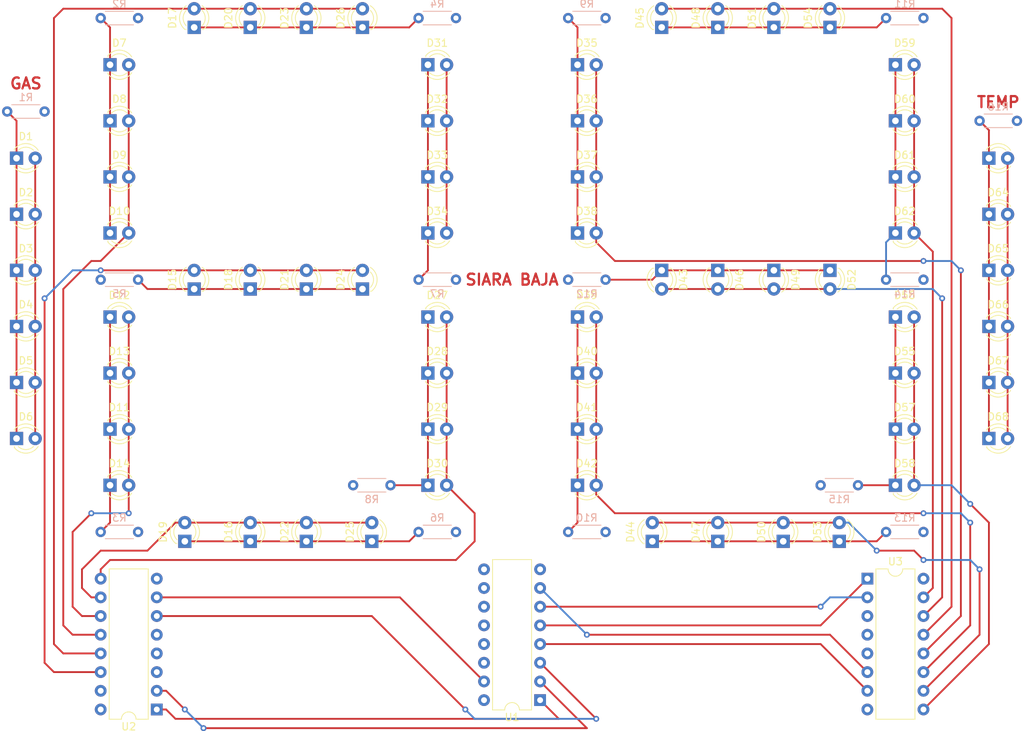
<source format=kicad_pcb>
(kicad_pcb (version 20171130) (host pcbnew "(5.1.7)-1")
  (layers (0 F.Cu signal) (31 B.Cu signal) (34 B.Paste user) (35 F.Paste user) (36 B.SilkS user hide) (37 F.SilkS user hide) (38 B.Mask user) (39 F.Mask user) (44 Edge.Cuts user))
  (net 0 "")
  (net 1 /Gas)
  (net 2 /Temp)
  (net 3 /SRCLK)
  (net 4 /RCLK)
  (net 5 /SER)
  (net 6 "Net-(D1-Pad1)")
  (net 7 "Net-(D10-Pad1)")
  (net 8 /QB1)
  (net 9 /QC1)
  (net 10 "Net-(D11-Pad1)")
  (net 11 "Net-(D15-Pad1)")
  (net 12 /QG1)
  (net 13 /QD1)
  (net 14 "Net-(D16-Pad1)")
  (net 15 /QA1)
  (net 16 "Net-(D17-Pad1)")
  (net 17 "Net-(D27-Pad1)")
  (net 18 /QE1)
  (net 19 "Net-(D31-Pad1)")
  (net 20 /QF1)
  (net 21 "Net-(D35-Pad1)")
  (net 22 /QB2)
  (net 23 /QC2)
  (net 24 "Net-(D39-Pad1)")
  (net 25 "Net-(D43-Pad1)")
  (net 26 /QG2)
  (net 27 /QD2)
  (net 28 "Net-(D44-Pad1)")
  (net 29 "Net-(D45-Pad1)")
  (net 30 /QA2)
  (net 31 /QE2)
  (net 32 "Net-(D55-Pad1)")
  (net 33 "Net-(D59-Pad1)")
  (net 34 /QF2)
  (net 35 "Net-(D63-Pad1)")
  (net 36 GND)
  (net 37 /B1)
  (net 38 "Net-(U1-Pad9)")
  (net 39 /C1)
  (net 40 "Net-(U1-Pad10)")
  (net 41 /D1)
  (net 42 /A2)
  (net 43 /B2)
  (net 44 /C2)
  (net 45 /D2)
  (net 46 /A1)
  (net 47 VCC)
  (net 48 Vdd)
  (net 49 Vss)
  (net 50 "Net-(U2-Pad5)")
  (net 51 "Net-(U2-Pad4)")
  (net 52 "Net-(U2-Pad3)")
  (net 53 "Net-(U3-Pad3)")
  (net 54 "Net-(U3-Pad4)")
  (net 55 "Net-(U3-Pad5)")
  (module Package_DIP:DIP-16_W7.62mm (layer F.Cu) (at 190.5 106.68)
    (fp_text reference U3 (at 3.81 -2.33) (layer F.SilkS))
    (fp_text value 4511)
    (pad 1 thru_hole rect (at 0 0) (size 1.6 1.6) (drill 0.8) (layers *.Cu *.Mask) (net 43 /B2))
    (pad 9 thru_hole oval (at 7.62 17.78) (size 1.6 1.6) (drill 0.8) (layers *.Cu *.Mask) (net 31 /QE2))
    (pad 2 thru_hole oval (at 0 2.54) (size 1.6 1.6) (drill 0.8) (layers *.Cu *.Mask) (net 44 /C2))
    (pad 10 thru_hole oval (at 7.62 15.24) (size 1.6 1.6) (drill 0.8) (layers *.Cu *.Mask) (net 27 /QD2))
    (pad 3 thru_hole oval (at 0 5.08) (size 1.6 1.6) (drill 0.8) (layers *.Cu *.Mask) (net 53 "Net-(U3-Pad3)"))
    (pad 11 thru_hole oval (at 7.62 12.7) (size 1.6 1.6) (drill 0.8) (layers *.Cu *.Mask) (net 23 /QC2))
    (pad 4 thru_hole oval (at 0 7.62) (size 1.6 1.6) (drill 0.8) (layers *.Cu *.Mask) (net 54 "Net-(U3-Pad4)"))
    (pad 12 thru_hole oval (at 7.62 10.16) (size 1.6 1.6) (drill 0.8) (layers *.Cu *.Mask) (net 22 /QB2))
    (pad 5 thru_hole oval (at 0 10.16) (size 1.6 1.6) (drill 0.8) (layers *.Cu *.Mask) (net 55 "Net-(U3-Pad5)"))
    (pad 13 thru_hole oval (at 7.62 7.62) (size 1.6 1.6) (drill 0.8) (layers *.Cu *.Mask) (net 30 /QA2))
    (pad 6 thru_hole oval (at 0 12.7) (size 1.6 1.6) (drill 0.8) (layers *.Cu *.Mask) (net 45 /D2))
    (pad 14 thru_hole oval (at 7.62 5.08) (size 1.6 1.6) (drill 0.8) (layers *.Cu *.Mask) (net 26 /QG2))
    (pad 7 thru_hole oval (at 0 15.24) (size 1.6 1.6) (drill 0.8) (layers *.Cu *.Mask) (net 42 /A2))
    (pad 15 thru_hole oval (at 7.62 2.54) (size 1.6 1.6) (drill 0.8) (layers *.Cu *.Mask) (net 34 /QF2))
    (pad 8 thru_hole oval (at 0 17.78) (size 1.6 1.6) (drill 0.8) (layers *.Cu *.Mask) (net 49 Vss))
    (pad 16 thru_hole oval (at 7.62 0) (size 1.6 1.6) (drill 0.8) (layers *.Cu *.Mask) (net 48 Vdd))
  )
  (module Package_DIP:DIP-16_W7.62mm (layer F.Cu) (at 146.05 123.19 180)
    (fp_text reference U1 (at 3.81 -2.33 180) (layer F.SilkS))
    (fp_text value 74HC595)
    (pad 1 thru_hole rect (at 0 0 180) (size 1.6 1.6) (drill 0.8) (layers *.Cu *.Mask) (net 37 /B1))
    (pad 9 thru_hole oval (at 7.62 17.78 180) (size 1.6 1.6) (drill 0.8) (layers *.Cu *.Mask) (net 38 "Net-(U1-Pad9)"))
    (pad 2 thru_hole oval (at 0 2.54 180) (size 1.6 1.6) (drill 0.8) (layers *.Cu *.Mask) (net 39 /C1))
    (pad 10 thru_hole oval (at 7.62 15.24 180) (size 1.6 1.6) (drill 0.8) (layers *.Cu *.Mask) (net 40 "Net-(U1-Pad10)"))
    (pad 3 thru_hole oval (at 0 5.08 180) (size 1.6 1.6) (drill 0.8) (layers *.Cu *.Mask) (net 41 /D1))
    (pad 11 thru_hole oval (at 7.62 12.7 180) (size 1.6 1.6) (drill 0.8) (layers *.Cu *.Mask) (net 3 /SRCLK))
    (pad 4 thru_hole oval (at 0 7.62 180) (size 1.6 1.6) (drill 0.8) (layers *.Cu *.Mask) (net 42 /A2))
    (pad 12 thru_hole oval (at 7.62 10.16 180) (size 1.6 1.6) (drill 0.8) (layers *.Cu *.Mask) (net 4 /RCLK))
    (pad 5 thru_hole oval (at 0 10.16 180) (size 1.6 1.6) (drill 0.8) (layers *.Cu *.Mask) (net 43 /B2))
    (pad 13 thru_hole oval (at 7.62 7.62 180) (size 1.6 1.6) (drill 0.8) (layers *.Cu *.Mask) (net 36 GND))
    (pad 6 thru_hole oval (at 0 12.7 180) (size 1.6 1.6) (drill 0.8) (layers *.Cu *.Mask) (net 44 /C2))
    (pad 14 thru_hole oval (at 7.62 5.08 180) (size 1.6 1.6) (drill 0.8) (layers *.Cu *.Mask) (net 5 /SER))
    (pad 7 thru_hole oval (at 0 15.24 180) (size 1.6 1.6) (drill 0.8) (layers *.Cu *.Mask) (net 45 /D2))
    (pad 15 thru_hole oval (at 7.62 2.54 180) (size 1.6 1.6) (drill 0.8) (layers *.Cu *.Mask) (net 46 /A1))
    (pad 8 thru_hole oval (at 0 17.78 180) (size 1.6 1.6) (drill 0.8) (layers *.Cu *.Mask) (net 36 GND))
    (pad 16 thru_hole oval (at 7.62 0 180) (size 1.6 1.6) (drill 0.8) (layers *.Cu *.Mask) (net 47 VCC))
  )
  (module Package_DIP:DIP-16_W7.62mm (layer F.Cu) (at 93.98 124.46 180)
    (fp_text reference U2 (at 3.81 -2.33 180) (layer F.SilkS))
    (fp_text value 4511)
    (pad 16 thru_hole oval (at 7.62 0 180) (size 1.6 1.6) (drill 0.8) (layers *.Cu *.Mask) (net 48 Vdd))
    (pad 8 thru_hole oval (at 0 17.78 180) (size 1.6 1.6) (drill 0.8) (layers *.Cu *.Mask) (net 49 Vss))
    (pad 15 thru_hole oval (at 7.62 2.54 180) (size 1.6 1.6) (drill 0.8) (layers *.Cu *.Mask) (net 20 /QF1))
    (pad 7 thru_hole oval (at 0 15.24 180) (size 1.6 1.6) (drill 0.8) (layers *.Cu *.Mask) (net 46 /A1))
    (pad 14 thru_hole oval (at 7.62 5.08 180) (size 1.6 1.6) (drill 0.8) (layers *.Cu *.Mask) (net 12 /QG1))
    (pad 6 thru_hole oval (at 0 12.7 180) (size 1.6 1.6) (drill 0.8) (layers *.Cu *.Mask) (net 41 /D1))
    (pad 13 thru_hole oval (at 7.62 7.62 180) (size 1.6 1.6) (drill 0.8) (layers *.Cu *.Mask) (net 15 /QA1))
    (pad 5 thru_hole oval (at 0 10.16 180) (size 1.6 1.6) (drill 0.8) (layers *.Cu *.Mask) (net 50 "Net-(U2-Pad5)"))
    (pad 12 thru_hole oval (at 7.62 10.16 180) (size 1.6 1.6) (drill 0.8) (layers *.Cu *.Mask) (net 8 /QB1))
    (pad 4 thru_hole oval (at 0 7.62 180) (size 1.6 1.6) (drill 0.8) (layers *.Cu *.Mask) (net 51 "Net-(U2-Pad4)"))
    (pad 11 thru_hole oval (at 7.62 12.7 180) (size 1.6 1.6) (drill 0.8) (layers *.Cu *.Mask) (net 9 /QC1))
    (pad 3 thru_hole oval (at 0 5.08 180) (size 1.6 1.6) (drill 0.8) (layers *.Cu *.Mask) (net 52 "Net-(U2-Pad3)"))
    (pad 10 thru_hole oval (at 7.62 15.24 180) (size 1.6 1.6) (drill 0.8) (layers *.Cu *.Mask) (net 13 /QD1))
    (pad 2 thru_hole oval (at 0 2.54 180) (size 1.6 1.6) (drill 0.8) (layers *.Cu *.Mask) (net 39 /C1))
    (pad 9 thru_hole oval (at 7.62 17.78 180) (size 1.6 1.6) (drill 0.8) (layers *.Cu *.Mask) (net 18 /QE1))
    (pad 1 thru_hole rect (at 0 0 180) (size 1.6 1.6) (drill 0.8) (layers *.Cu *.Mask) (net 37 /B1))
  )
  (module LED_THT:LED_D3.0mm (layer F.Cu) (at 74.93 49.53)
    (fp_text reference D1 (at 1.27 -2.96) (layer F.SilkS))
    (fp_text value LED)
    (pad 1 thru_hole rect (at 0 0) (size 1.8 1.8) (drill 0.9) (layers *.Cu *.Mask) (net 6 "Net-(D1-Pad1)"))
    (pad 2 thru_hole circle (at 2.54 0) (size 1.8 1.8) (drill 0.9) (layers *.Cu *.Mask) (net 1 /Gas))
  )
  (module LED_THT:LED_D3.0mm (layer F.Cu) (at 74.93 57.15)
    (fp_text reference D2 (at 1.27 -2.96) (layer F.SilkS))
    (fp_text value LED)
    (pad 2 thru_hole circle (at 2.54 0) (size 1.8 1.8) (drill 0.9) (layers *.Cu *.Mask) (net 1 /Gas))
    (pad 1 thru_hole rect (at 0 0) (size 1.8 1.8) (drill 0.9) (layers *.Cu *.Mask) (net 6 "Net-(D1-Pad1)"))
  )
  (module LED_THT:LED_D3.0mm (layer F.Cu) (at 74.93 64.77)
    (fp_text reference D3 (at 1.27 -2.96) (layer F.SilkS))
    (fp_text value LED)
    (pad 1 thru_hole rect (at 0 0) (size 1.8 1.8) (drill 0.9) (layers *.Cu *.Mask) (net 6 "Net-(D1-Pad1)"))
    (pad 2 thru_hole circle (at 2.54 0) (size 1.8 1.8) (drill 0.9) (layers *.Cu *.Mask) (net 1 /Gas))
  )
  (module LED_THT:LED_D3.0mm (layer F.Cu) (at 74.93 72.39)
    (fp_text reference D4 (at 1.27 -2.96) (layer F.SilkS))
    (fp_text value LED)
    (pad 2 thru_hole circle (at 2.54 0) (size 1.8 1.8) (drill 0.9) (layers *.Cu *.Mask) (net 1 /Gas))
    (pad 1 thru_hole rect (at 0 0) (size 1.8 1.8) (drill 0.9) (layers *.Cu *.Mask) (net 6 "Net-(D1-Pad1)"))
  )
  (module LED_THT:LED_D3.0mm (layer F.Cu) (at 74.93 80.01)
    (fp_text reference D5 (at 1.27 -2.96) (layer F.SilkS))
    (fp_text value LED)
    (pad 1 thru_hole rect (at 0 0) (size 1.8 1.8) (drill 0.9) (layers *.Cu *.Mask) (net 6 "Net-(D1-Pad1)"))
    (pad 2 thru_hole circle (at 2.54 0) (size 1.8 1.8) (drill 0.9) (layers *.Cu *.Mask) (net 1 /Gas))
  )
  (module LED_THT:LED_D3.0mm (layer F.Cu) (at 74.93 87.63)
    (fp_text reference D6 (at 1.27 -2.96) (layer F.SilkS))
    (fp_text value LED)
    (pad 2 thru_hole circle (at 2.54 0) (size 1.8 1.8) (drill 0.9) (layers *.Cu *.Mask) (net 1 /Gas))
    (pad 1 thru_hole rect (at 0 0) (size 1.8 1.8) (drill 0.9) (layers *.Cu *.Mask) (net 6 "Net-(D1-Pad1)"))
  )
  (module LED_THT:LED_D3.0mm (layer F.Cu) (at 87.63 36.83)
    (fp_text reference D7 (at 1.27 -2.96) (layer F.SilkS))
    (fp_text value LED)
    (pad 1 thru_hole rect (at 0 0) (size 1.8 1.8) (drill 0.9) (layers *.Cu *.Mask) (net 7 "Net-(D10-Pad1)"))
    (pad 2 thru_hole circle (at 2.54 0) (size 1.8 1.8) (drill 0.9) (layers *.Cu *.Mask) (net 8 /QB1))
  )
  (module LED_THT:LED_D3.0mm (layer F.Cu) (at 87.63 44.45)
    (fp_text reference D8 (at 1.27 -2.96) (layer F.SilkS))
    (fp_text value LED)
    (pad 2 thru_hole circle (at 2.54 0) (size 1.8 1.8) (drill 0.9) (layers *.Cu *.Mask) (net 8 /QB1))
    (pad 1 thru_hole rect (at 0 0) (size 1.8 1.8) (drill 0.9) (layers *.Cu *.Mask) (net 7 "Net-(D10-Pad1)"))
  )
  (module LED_THT:LED_D3.0mm (layer F.Cu) (at 87.63 52.07)
    (fp_text reference D9 (at 1.27 -2.96) (layer F.SilkS))
    (fp_text value LED)
    (pad 1 thru_hole rect (at 0 0) (size 1.8 1.8) (drill 0.9) (layers *.Cu *.Mask) (net 7 "Net-(D10-Pad1)"))
    (pad 2 thru_hole circle (at 2.54 0) (size 1.8 1.8) (drill 0.9) (layers *.Cu *.Mask) (net 8 /QB1))
  )
  (module LED_THT:LED_D3.0mm (layer F.Cu) (at 87.63 59.69)
    (fp_text reference D10 (at 1.27 -2.96) (layer F.SilkS))
    (fp_text value LED)
    (pad 2 thru_hole circle (at 2.54 0) (size 1.8 1.8) (drill 0.9) (layers *.Cu *.Mask) (net 8 /QB1))
    (pad 1 thru_hole rect (at 0 0) (size 1.8 1.8) (drill 0.9) (layers *.Cu *.Mask) (net 7 "Net-(D10-Pad1)"))
  )
  (module LED_THT:LED_D3.0mm (layer F.Cu) (at 87.63 86.36)
    (fp_text reference D11 (at 1.27 -2.96) (layer F.SilkS))
    (fp_text value LED)
    (pad 2 thru_hole circle (at 2.54 0) (size 1.8 1.8) (drill 0.9) (layers *.Cu *.Mask) (net 9 /QC1))
    (pad 1 thru_hole rect (at 0 0) (size 1.8 1.8) (drill 0.9) (layers *.Cu *.Mask) (net 10 "Net-(D11-Pad1)"))
  )
  (module LED_THT:LED_D3.0mm (layer F.Cu) (at 87.63 71.12)
    (fp_text reference D12 (at 1.27 -2.96) (layer F.SilkS))
    (fp_text value LED)
    (pad 1 thru_hole rect (at 0 0) (size 1.8 1.8) (drill 0.9) (layers *.Cu *.Mask) (net 10 "Net-(D11-Pad1)"))
    (pad 2 thru_hole circle (at 2.54 0) (size 1.8 1.8) (drill 0.9) (layers *.Cu *.Mask) (net 9 /QC1))
  )
  (module LED_THT:LED_D3.0mm (layer F.Cu) (at 87.63 78.74)
    (fp_text reference D13 (at 1.27 -2.96) (layer F.SilkS))
    (fp_text value LED)
    (pad 2 thru_hole circle (at 2.54 0) (size 1.8 1.8) (drill 0.9) (layers *.Cu *.Mask) (net 9 /QC1))
    (pad 1 thru_hole rect (at 0 0) (size 1.8 1.8) (drill 0.9) (layers *.Cu *.Mask) (net 10 "Net-(D11-Pad1)"))
  )
  (module LED_THT:LED_D3.0mm (layer F.Cu) (at 87.63 93.98)
    (fp_text reference D14 (at 1.27 -2.96) (layer F.SilkS))
    (fp_text value LED)
    (pad 1 thru_hole rect (at 0 0) (size 1.8 1.8) (drill 0.9) (layers *.Cu *.Mask) (net 10 "Net-(D11-Pad1)"))
    (pad 2 thru_hole circle (at 2.54 0) (size 1.8 1.8) (drill 0.9) (layers *.Cu *.Mask) (net 9 /QC1))
  )
  (module LED_THT:LED_D3.0mm (layer F.Cu) (at 99.06 67.31 90)
    (fp_text reference D15 (at 1.27 -2.96 90) (layer F.SilkS))
    (fp_text value LED)
    (pad 1 thru_hole rect (at 0 0 90) (size 1.8 1.8) (drill 0.9) (layers *.Cu *.Mask) (net 11 "Net-(D15-Pad1)"))
    (pad 2 thru_hole circle (at 2.54 0 90) (size 1.8 1.8) (drill 0.9) (layers *.Cu *.Mask) (net 12 /QG1))
  )
  (module LED_THT:LED_D3.0mm (layer F.Cu) (at 106.68 101.6 90)
    (fp_text reference D16 (at 1.27 -2.96 90) (layer F.SilkS))
    (fp_text value LED)
    (pad 2 thru_hole circle (at 2.54 0 90) (size 1.8 1.8) (drill 0.9) (layers *.Cu *.Mask) (net 13 /QD1))
    (pad 1 thru_hole rect (at 0 0 90) (size 1.8 1.8) (drill 0.9) (layers *.Cu *.Mask) (net 14 "Net-(D16-Pad1)"))
  )
  (module LED_THT:LED_D3.0mm (layer F.Cu) (at 99.06 31.75 90)
    (fp_text reference D17 (at 1.27 -2.96 90) (layer F.SilkS))
    (fp_text value LED)
    (pad 2 thru_hole circle (at 2.54 0 90) (size 1.8 1.8) (drill 0.9) (layers *.Cu *.Mask) (net 15 /QA1))
    (pad 1 thru_hole rect (at 0 0 90) (size 1.8 1.8) (drill 0.9) (layers *.Cu *.Mask) (net 16 "Net-(D17-Pad1)"))
  )
  (module LED_THT:LED_D3.0mm (layer F.Cu) (at 106.68 67.31 90)
    (fp_text reference D18 (at 1.27 -2.96 90) (layer F.SilkS))
    (fp_text value LED)
    (pad 2 thru_hole circle (at 2.54 0 90) (size 1.8 1.8) (drill 0.9) (layers *.Cu *.Mask) (net 12 /QG1))
    (pad 1 thru_hole rect (at 0 0 90) (size 1.8 1.8) (drill 0.9) (layers *.Cu *.Mask) (net 11 "Net-(D15-Pad1)"))
  )
  (module LED_THT:LED_D3.0mm (layer F.Cu) (at 97.79 101.6 90)
    (fp_text reference D19 (at 1.27 -2.96 90) (layer F.SilkS))
    (fp_text value LED)
    (pad 1 thru_hole rect (at 0 0 90) (size 1.8 1.8) (drill 0.9) (layers *.Cu *.Mask) (net 14 "Net-(D16-Pad1)"))
    (pad 2 thru_hole circle (at 2.54 0 90) (size 1.8 1.8) (drill 0.9) (layers *.Cu *.Mask) (net 13 /QD1))
  )
  (module LED_THT:LED_D3.0mm (layer F.Cu) (at 106.68 31.75 90)
    (fp_text reference D20 (at 1.27 -2.96 90) (layer F.SilkS))
    (fp_text value LED)
    (pad 1 thru_hole rect (at 0 0 90) (size 1.8 1.8) (drill 0.9) (layers *.Cu *.Mask) (net 16 "Net-(D17-Pad1)"))
    (pad 2 thru_hole circle (at 2.54 0 90) (size 1.8 1.8) (drill 0.9) (layers *.Cu *.Mask) (net 15 /QA1))
  )
  (module LED_THT:LED_D3.0mm (layer F.Cu) (at 114.3 67.31 90)
    (fp_text reference D21 (at 1.27 -2.96 90) (layer F.SilkS))
    (fp_text value LED)
    (pad 1 thru_hole rect (at 0 0 90) (size 1.8 1.8) (drill 0.9) (layers *.Cu *.Mask) (net 11 "Net-(D15-Pad1)"))
    (pad 2 thru_hole circle (at 2.54 0 90) (size 1.8 1.8) (drill 0.9) (layers *.Cu *.Mask) (net 12 /QG1))
  )
  (module LED_THT:LED_D3.0mm (layer F.Cu) (at 114.3 101.6 90)
    (fp_text reference D22 (at 1.27 -2.96 90) (layer F.SilkS))
    (fp_text value LED)
    (pad 2 thru_hole circle (at 2.54 0 90) (size 1.8 1.8) (drill 0.9) (layers *.Cu *.Mask) (net 13 /QD1))
    (pad 1 thru_hole rect (at 0 0 90) (size 1.8 1.8) (drill 0.9) (layers *.Cu *.Mask) (net 14 "Net-(D16-Pad1)"))
  )
  (module LED_THT:LED_D3.0mm (layer F.Cu) (at 114.3 31.75 90)
    (fp_text reference D23 (at 1.27 -2.96 90) (layer F.SilkS))
    (fp_text value LED)
    (pad 2 thru_hole circle (at 2.54 0 90) (size 1.8 1.8) (drill 0.9) (layers *.Cu *.Mask) (net 15 /QA1))
    (pad 1 thru_hole rect (at 0 0 90) (size 1.8 1.8) (drill 0.9) (layers *.Cu *.Mask) (net 16 "Net-(D17-Pad1)"))
  )
  (module LED_THT:LED_D3.0mm (layer F.Cu) (at 121.92 67.31 90)
    (fp_text reference D24 (at 1.27 -2.96 90) (layer F.SilkS))
    (fp_text value LED)
    (pad 2 thru_hole circle (at 2.54 0 90) (size 1.8 1.8) (drill 0.9) (layers *.Cu *.Mask) (net 12 /QG1))
    (pad 1 thru_hole rect (at 0 0 90) (size 1.8 1.8) (drill 0.9) (layers *.Cu *.Mask) (net 11 "Net-(D15-Pad1)"))
  )
  (module LED_THT:LED_D3.0mm (layer F.Cu) (at 123.19 101.6 90)
    (fp_text reference D25 (at 1.27 -2.96 90) (layer F.SilkS))
    (fp_text value LED)
    (pad 1 thru_hole rect (at 0 0 90) (size 1.8 1.8) (drill 0.9) (layers *.Cu *.Mask) (net 14 "Net-(D16-Pad1)"))
    (pad 2 thru_hole circle (at 2.54 0 90) (size 1.8 1.8) (drill 0.9) (layers *.Cu *.Mask) (net 13 /QD1))
  )
  (module LED_THT:LED_D3.0mm (layer F.Cu) (at 121.92 31.75 90)
    (fp_text reference D26 (at 1.27 -2.96 90) (layer F.SilkS))
    (fp_text value LED)
    (pad 1 thru_hole rect (at 0 0 90) (size 1.8 1.8) (drill 0.9) (layers *.Cu *.Mask) (net 16 "Net-(D17-Pad1)"))
    (pad 2 thru_hole circle (at 2.54 0 90) (size 1.8 1.8) (drill 0.9) (layers *.Cu *.Mask) (net 15 /QA1))
  )
  (module LED_THT:LED_D3.0mm (layer F.Cu) (at 130.81 71.12)
    (fp_text reference D27 (at 1.27 -2.96) (layer F.SilkS))
    (fp_text value LED)
    (pad 1 thru_hole rect (at 0 0) (size 1.8 1.8) (drill 0.9) (layers *.Cu *.Mask) (net 17 "Net-(D27-Pad1)"))
    (pad 2 thru_hole circle (at 2.54 0) (size 1.8 1.8) (drill 0.9) (layers *.Cu *.Mask) (net 18 /QE1))
  )
  (module LED_THT:LED_D3.0mm (layer F.Cu) (at 130.81 78.74)
    (fp_text reference D28 (at 1.27 -2.96) (layer F.SilkS))
    (fp_text value LED)
    (pad 2 thru_hole circle (at 2.54 0) (size 1.8 1.8) (drill 0.9) (layers *.Cu *.Mask) (net 18 /QE1))
    (pad 1 thru_hole rect (at 0 0) (size 1.8 1.8) (drill 0.9) (layers *.Cu *.Mask) (net 17 "Net-(D27-Pad1)"))
  )
  (module LED_THT:LED_D3.0mm (layer F.Cu) (at 130.81 86.36)
    (fp_text reference D29 (at 1.27 -2.96) (layer F.SilkS))
    (fp_text value LED)
    (pad 2 thru_hole circle (at 2.54 0) (size 1.8 1.8) (drill 0.9) (layers *.Cu *.Mask) (net 18 /QE1))
    (pad 1 thru_hole rect (at 0 0) (size 1.8 1.8) (drill 0.9) (layers *.Cu *.Mask) (net 17 "Net-(D27-Pad1)"))
  )
  (module LED_THT:LED_D3.0mm (layer F.Cu) (at 130.81 93.98)
    (fp_text reference D30 (at 1.27 -2.96) (layer F.SilkS))
    (fp_text value LED)
    (pad 2 thru_hole circle (at 2.54 0) (size 1.8 1.8) (drill 0.9) (layers *.Cu *.Mask) (net 18 /QE1))
    (pad 1 thru_hole rect (at 0 0) (size 1.8 1.8) (drill 0.9) (layers *.Cu *.Mask) (net 17 "Net-(D27-Pad1)"))
  )
  (module LED_THT:LED_D3.0mm (layer F.Cu) (at 130.81 36.83)
    (fp_text reference D31 (at 1.27 -2.96) (layer F.SilkS))
    (fp_text value LED)
    (pad 1 thru_hole rect (at 0 0) (size 1.8 1.8) (drill 0.9) (layers *.Cu *.Mask) (net 19 "Net-(D31-Pad1)"))
    (pad 2 thru_hole circle (at 2.54 0) (size 1.8 1.8) (drill 0.9) (layers *.Cu *.Mask) (net 20 /QF1))
  )
  (module LED_THT:LED_D3.0mm (layer F.Cu) (at 130.81 44.45)
    (fp_text reference D32 (at 1.27 -2.96) (layer F.SilkS))
    (fp_text value LED)
    (pad 1 thru_hole rect (at 0 0) (size 1.8 1.8) (drill 0.9) (layers *.Cu *.Mask) (net 19 "Net-(D31-Pad1)"))
    (pad 2 thru_hole circle (at 2.54 0) (size 1.8 1.8) (drill 0.9) (layers *.Cu *.Mask) (net 20 /QF1))
  )
  (module LED_THT:LED_D3.0mm (layer F.Cu) (at 130.81 52.07)
    (fp_text reference D33 (at 1.27 -2.96) (layer F.SilkS))
    (fp_text value LED)
    (pad 2 thru_hole circle (at 2.54 0) (size 1.8 1.8) (drill 0.9) (layers *.Cu *.Mask) (net 20 /QF1))
    (pad 1 thru_hole rect (at 0 0) (size 1.8 1.8) (drill 0.9) (layers *.Cu *.Mask) (net 19 "Net-(D31-Pad1)"))
  )
  (module LED_THT:LED_D3.0mm (layer F.Cu) (at 130.81 59.69)
    (fp_text reference D34 (at 1.27 -2.96) (layer F.SilkS))
    (fp_text value LED)
    (pad 1 thru_hole rect (at 0 0) (size 1.8 1.8) (drill 0.9) (layers *.Cu *.Mask) (net 19 "Net-(D31-Pad1)"))
    (pad 2 thru_hole circle (at 2.54 0) (size 1.8 1.8) (drill 0.9) (layers *.Cu *.Mask) (net 20 /QF1))
  )
  (module LED_THT:LED_D3.0mm (layer F.Cu) (at 151.13 36.83)
    (fp_text reference D35 (at 1.27 -2.96) (layer F.SilkS))
    (fp_text value LED)
    (pad 1 thru_hole rect (at 0 0) (size 1.8 1.8) (drill 0.9) (layers *.Cu *.Mask) (net 21 "Net-(D35-Pad1)"))
    (pad 2 thru_hole circle (at 2.54 0) (size 1.8 1.8) (drill 0.9) (layers *.Cu *.Mask) (net 22 /QB2))
  )
  (module LED_THT:LED_D3.0mm (layer F.Cu) (at 151.13 44.45)
    (fp_text reference D36 (at 1.27 -2.96) (layer F.SilkS))
    (fp_text value LED)
    (pad 2 thru_hole circle (at 2.54 0) (size 1.8 1.8) (drill 0.9) (layers *.Cu *.Mask) (net 22 /QB2))
    (pad 1 thru_hole rect (at 0 0) (size 1.8 1.8) (drill 0.9) (layers *.Cu *.Mask) (net 21 "Net-(D35-Pad1)"))
  )
  (module LED_THT:LED_D3.0mm (layer F.Cu) (at 151.13 52.07)
    (fp_text reference D37 (at 1.27 -2.96) (layer F.SilkS))
    (fp_text value LED)
    (pad 1 thru_hole rect (at 0 0) (size 1.8 1.8) (drill 0.9) (layers *.Cu *.Mask) (net 21 "Net-(D35-Pad1)"))
    (pad 2 thru_hole circle (at 2.54 0) (size 1.8 1.8) (drill 0.9) (layers *.Cu *.Mask) (net 22 /QB2))
  )
  (module LED_THT:LED_D3.0mm (layer F.Cu) (at 151.13 59.69)
    (fp_text reference D38 (at 1.27 -2.96) (layer F.SilkS))
    (fp_text value LED)
    (pad 2 thru_hole circle (at 2.54 0) (size 1.8 1.8) (drill 0.9) (layers *.Cu *.Mask) (net 22 /QB2))
    (pad 1 thru_hole rect (at 0 0) (size 1.8 1.8) (drill 0.9) (layers *.Cu *.Mask) (net 21 "Net-(D35-Pad1)"))
  )
  (module LED_THT:LED_D3.0mm (layer F.Cu) (at 151.13 71.12)
    (fp_text reference D39 (at 1.27 -2.96) (layer F.SilkS))
    (fp_text value LED)
    (pad 2 thru_hole circle (at 2.54 0) (size 1.8 1.8) (drill 0.9) (layers *.Cu *.Mask) (net 23 /QC2))
    (pad 1 thru_hole rect (at 0 0) (size 1.8 1.8) (drill 0.9) (layers *.Cu *.Mask) (net 24 "Net-(D39-Pad1)"))
  )
  (module LED_THT:LED_D3.0mm (layer F.Cu) (at 151.13 78.74)
    (fp_text reference D40 (at 1.27 -2.96) (layer F.SilkS))
    (fp_text value LED)
    (pad 1 thru_hole rect (at 0 0) (size 1.8 1.8) (drill 0.9) (layers *.Cu *.Mask) (net 24 "Net-(D39-Pad1)"))
    (pad 2 thru_hole circle (at 2.54 0) (size 1.8 1.8) (drill 0.9) (layers *.Cu *.Mask) (net 23 /QC2))
  )
  (module LED_THT:LED_D3.0mm (layer F.Cu) (at 151.13 86.36)
    (fp_text reference D41 (at 1.27 -2.96) (layer F.SilkS))
    (fp_text value LED)
    (pad 2 thru_hole circle (at 2.54 0) (size 1.8 1.8) (drill 0.9) (layers *.Cu *.Mask) (net 23 /QC2))
    (pad 1 thru_hole rect (at 0 0) (size 1.8 1.8) (drill 0.9) (layers *.Cu *.Mask) (net 24 "Net-(D39-Pad1)"))
  )
  (module LED_THT:LED_D3.0mm (layer F.Cu) (at 151.13 93.98)
    (fp_text reference D42 (at 1.27 -2.96) (layer F.SilkS))
    (fp_text value LED)
    (pad 1 thru_hole rect (at 0 0) (size 1.8 1.8) (drill 0.9) (layers *.Cu *.Mask) (net 24 "Net-(D39-Pad1)"))
    (pad 2 thru_hole circle (at 2.54 0) (size 1.8 1.8) (drill 0.9) (layers *.Cu *.Mask) (net 23 /QC2))
  )
  (module LED_THT:LED_D3.0mm (layer F.Cu) (at 162.56 64.77 270)
    (fp_text reference D43 (at 1.27 -2.96 270) (layer F.SilkS))
    (fp_text value LED)
    (pad 1 thru_hole rect (at 0 0 270) (size 1.8 1.8) (drill 0.9) (layers *.Cu *.Mask) (net 25 "Net-(D43-Pad1)"))
    (pad 2 thru_hole circle (at 2.54 0 270) (size 1.8 1.8) (drill 0.9) (layers *.Cu *.Mask) (net 26 /QG2))
  )
  (module LED_THT:LED_D3.0mm (layer F.Cu) (at 161.29 101.6 90)
    (fp_text reference D44 (at 1.27 -2.96 90) (layer F.SilkS))
    (fp_text value LED)
    (pad 2 thru_hole circle (at 2.54 0 90) (size 1.8 1.8) (drill 0.9) (layers *.Cu *.Mask) (net 27 /QD2))
    (pad 1 thru_hole rect (at 0 0 90) (size 1.8 1.8) (drill 0.9) (layers *.Cu *.Mask) (net 28 "Net-(D44-Pad1)"))
  )
  (module LED_THT:LED_D3.0mm (layer F.Cu) (at 162.56 31.75 90)
    (fp_text reference D45 (at 1.27 -2.96 90) (layer F.SilkS))
    (fp_text value LED)
    (pad 1 thru_hole rect (at 0 0 90) (size 1.8 1.8) (drill 0.9) (layers *.Cu *.Mask) (net 29 "Net-(D45-Pad1)"))
    (pad 2 thru_hole circle (at 2.54 0 90) (size 1.8 1.8) (drill 0.9) (layers *.Cu *.Mask) (net 30 /QA2))
  )
  (module LED_THT:LED_D3.0mm (layer F.Cu) (at 170.18 64.77 270)
    (fp_text reference D46 (at 1.27 -2.96 270) (layer F.SilkS))
    (fp_text value LED)
    (pad 1 thru_hole rect (at 0 0 270) (size 1.8 1.8) (drill 0.9) (layers *.Cu *.Mask) (net 25 "Net-(D43-Pad1)"))
    (pad 2 thru_hole circle (at 2.54 0 270) (size 1.8 1.8) (drill 0.9) (layers *.Cu *.Mask) (net 26 /QG2))
  )
  (module LED_THT:LED_D3.0mm (layer F.Cu) (at 170.18 101.6 90)
    (fp_text reference D47 (at 1.27 -2.96 90) (layer F.SilkS))
    (fp_text value LED)
    (pad 1 thru_hole rect (at 0 0 90) (size 1.8 1.8) (drill 0.9) (layers *.Cu *.Mask) (net 28 "Net-(D44-Pad1)"))
    (pad 2 thru_hole circle (at 2.54 0 90) (size 1.8 1.8) (drill 0.9) (layers *.Cu *.Mask) (net 27 /QD2))
  )
  (module LED_THT:LED_D3.0mm (layer F.Cu) (at 170.18 31.75 90)
    (fp_text reference D48 (at 1.27 -2.96 90) (layer F.SilkS))
    (fp_text value LED)
    (pad 1 thru_hole rect (at 0 0 90) (size 1.8 1.8) (drill 0.9) (layers *.Cu *.Mask) (net 29 "Net-(D45-Pad1)"))
    (pad 2 thru_hole circle (at 2.54 0 90) (size 1.8 1.8) (drill 0.9) (layers *.Cu *.Mask) (net 30 /QA2))
  )
  (module LED_THT:LED_D3.0mm (layer F.Cu) (at 177.8 64.77 270)
    (fp_text reference D49 (at 1.27 -2.96 270) (layer F.SilkS))
    (fp_text value LED)
    (pad 2 thru_hole circle (at 2.54 0 270) (size 1.8 1.8) (drill 0.9) (layers *.Cu *.Mask) (net 26 /QG2))
    (pad 1 thru_hole rect (at 0 0 270) (size 1.8 1.8) (drill 0.9) (layers *.Cu *.Mask) (net 25 "Net-(D43-Pad1)"))
  )
  (module LED_THT:LED_D3.0mm (layer F.Cu) (at 179.07 101.6 90)
    (fp_text reference D50 (at 1.27 -2.96 90) (layer F.SilkS))
    (fp_text value LED)
    (pad 1 thru_hole rect (at 0 0 90) (size 1.8 1.8) (drill 0.9) (layers *.Cu *.Mask) (net 28 "Net-(D44-Pad1)"))
    (pad 2 thru_hole circle (at 2.54 0 90) (size 1.8 1.8) (drill 0.9) (layers *.Cu *.Mask) (net 27 /QD2))
  )
  (module LED_THT:LED_D3.0mm (layer F.Cu) (at 177.8 31.75 90)
    (fp_text reference D51 (at 1.27 -2.96 90) (layer F.SilkS))
    (fp_text value LED)
    (pad 1 thru_hole rect (at 0 0 90) (size 1.8 1.8) (drill 0.9) (layers *.Cu *.Mask) (net 29 "Net-(D45-Pad1)"))
    (pad 2 thru_hole circle (at 2.54 0 90) (size 1.8 1.8) (drill 0.9) (layers *.Cu *.Mask) (net 30 /QA2))
  )
  (module LED_THT:LED_D3.0mm (layer F.Cu) (at 185.42 64.77 270)
    (fp_text reference D52 (at 1.27 -2.96 270) (layer F.SilkS))
    (fp_text value LED)
    (pad 2 thru_hole circle (at 2.54 0 270) (size 1.8 1.8) (drill 0.9) (layers *.Cu *.Mask) (net 26 /QG2))
    (pad 1 thru_hole rect (at 0 0 270) (size 1.8 1.8) (drill 0.9) (layers *.Cu *.Mask) (net 25 "Net-(D43-Pad1)"))
  )
  (module LED_THT:LED_D3.0mm (layer F.Cu) (at 186.69 101.6 90)
    (fp_text reference D53 (at 1.27 -2.96 90) (layer F.SilkS))
    (fp_text value LED)
    (pad 2 thru_hole circle (at 2.54 0 90) (size 1.8 1.8) (drill 0.9) (layers *.Cu *.Mask) (net 27 /QD2))
    (pad 1 thru_hole rect (at 0 0 90) (size 1.8 1.8) (drill 0.9) (layers *.Cu *.Mask) (net 28 "Net-(D44-Pad1)"))
  )
  (module LED_THT:LED_D3.0mm (layer F.Cu) (at 185.42 31.75 90)
    (fp_text reference D54 (at 1.27 -2.96 90) (layer F.SilkS))
    (fp_text value LED)
    (pad 2 thru_hole circle (at 2.54 0 90) (size 1.8 1.8) (drill 0.9) (layers *.Cu *.Mask) (net 30 /QA2))
    (pad 1 thru_hole rect (at 0 0 90) (size 1.8 1.8) (drill 0.9) (layers *.Cu *.Mask) (net 29 "Net-(D45-Pad1)"))
  )
  (module LED_THT:LED_D3.0mm (layer F.Cu) (at 194.31 78.74)
    (fp_text reference D55 (at 1.27 -2.96) (layer F.SilkS))
    (fp_text value LED)
    (pad 2 thru_hole circle (at 2.54 0) (size 1.8 1.8) (drill 0.9) (layers *.Cu *.Mask) (net 31 /QE2))
    (pad 1 thru_hole rect (at 0 0) (size 1.8 1.8) (drill 0.9) (layers *.Cu *.Mask) (net 32 "Net-(D55-Pad1)"))
  )
  (module LED_THT:LED_D3.0mm (layer F.Cu) (at 194.31 71.12)
    (fp_text reference D56 (at 1.27 -2.96) (layer F.SilkS))
    (fp_text value LED)
    (pad 2 thru_hole circle (at 2.54 0) (size 1.8 1.8) (drill 0.9) (layers *.Cu *.Mask) (net 31 /QE2))
    (pad 1 thru_hole rect (at 0 0) (size 1.8 1.8) (drill 0.9) (layers *.Cu *.Mask) (net 32 "Net-(D55-Pad1)"))
  )
  (module LED_THT:LED_D3.0mm (layer F.Cu) (at 194.31 86.36)
    (fp_text reference D57 (at 1.27 -2.96) (layer F.SilkS))
    (fp_text value LED)
    (pad 2 thru_hole circle (at 2.54 0) (size 1.8 1.8) (drill 0.9) (layers *.Cu *.Mask) (net 31 /QE2))
    (pad 1 thru_hole rect (at 0 0) (size 1.8 1.8) (drill 0.9) (layers *.Cu *.Mask) (net 32 "Net-(D55-Pad1)"))
  )
  (module LED_THT:LED_D3.0mm (layer F.Cu) (at 194.31 93.98)
    (fp_text reference D58 (at 1.27 -2.96) (layer F.SilkS))
    (fp_text value LED)
    (pad 1 thru_hole rect (at 0 0) (size 1.8 1.8) (drill 0.9) (layers *.Cu *.Mask) (net 32 "Net-(D55-Pad1)"))
    (pad 2 thru_hole circle (at 2.54 0) (size 1.8 1.8) (drill 0.9) (layers *.Cu *.Mask) (net 31 /QE2))
  )
  (module LED_THT:LED_D3.0mm (layer F.Cu) (at 194.31 36.83)
    (fp_text reference D59 (at 1.27 -2.96) (layer F.SilkS))
    (fp_text value LED)
    (pad 1 thru_hole rect (at 0 0) (size 1.8 1.8) (drill 0.9) (layers *.Cu *.Mask) (net 33 "Net-(D59-Pad1)"))
    (pad 2 thru_hole circle (at 2.54 0) (size 1.8 1.8) (drill 0.9) (layers *.Cu *.Mask) (net 34 /QF2))
  )
  (module LED_THT:LED_D3.0mm (layer F.Cu) (at 194.31 44.45)
    (fp_text reference D60 (at 1.27 -2.96) (layer F.SilkS))
    (fp_text value LED)
    (pad 2 thru_hole circle (at 2.54 0) (size 1.8 1.8) (drill 0.9) (layers *.Cu *.Mask) (net 34 /QF2))
    (pad 1 thru_hole rect (at 0 0) (size 1.8 1.8) (drill 0.9) (layers *.Cu *.Mask) (net 33 "Net-(D59-Pad1)"))
  )
  (module LED_THT:LED_D3.0mm (layer F.Cu) (at 194.31 52.07)
    (fp_text reference D61 (at 1.27 -2.96) (layer F.SilkS))
    (fp_text value LED)
    (pad 1 thru_hole rect (at 0 0) (size 1.8 1.8) (drill 0.9) (layers *.Cu *.Mask) (net 33 "Net-(D59-Pad1)"))
    (pad 2 thru_hole circle (at 2.54 0) (size 1.8 1.8) (drill 0.9) (layers *.Cu *.Mask) (net 34 /QF2))
  )
  (module LED_THT:LED_D3.0mm (layer F.Cu) (at 194.31 59.69)
    (fp_text reference D62 (at 1.27 -2.96) (layer F.SilkS))
    (fp_text value LED)
    (pad 1 thru_hole rect (at 0 0) (size 1.8 1.8) (drill 0.9) (layers *.Cu *.Mask) (net 33 "Net-(D59-Pad1)"))
    (pad 2 thru_hole circle (at 2.54 0) (size 1.8 1.8) (drill 0.9) (layers *.Cu *.Mask) (net 34 /QF2))
  )
  (module LED_THT:LED_D3.0mm (layer F.Cu) (at 207.01 49.53)
    (fp_text reference D63 hide)
    (fp_text value LED)
    (pad 2 thru_hole circle (at 2.54 0) (size 1.8 1.8) (drill 0.9) (layers *.Cu *.Mask) (net 2 /Temp))
    (pad 1 thru_hole rect (at 0 0) (size 1.8 1.8) (drill 0.9) (layers *.Cu *.Mask) (net 35 "Net-(D63-Pad1)"))
  )
  (module LED_THT:LED_D3.0mm (layer F.Cu) (at 207.01 57.15)
    (fp_text reference D64 (at 1.27 -2.96) (layer F.SilkS))
    (fp_text value LED)
    (pad 2 thru_hole circle (at 2.54 0) (size 1.8 1.8) (drill 0.9) (layers *.Cu *.Mask) (net 2 /Temp))
    (pad 1 thru_hole rect (at 0 0) (size 1.8 1.8) (drill 0.9) (layers *.Cu *.Mask) (net 35 "Net-(D63-Pad1)"))
  )
  (module LED_THT:LED_D3.0mm (layer F.Cu) (at 207.01 64.77)
    (fp_text reference D65 (at 1.27 -2.96) (layer F.SilkS))
    (fp_text value LED)
    (pad 1 thru_hole rect (at 0 0) (size 1.8 1.8) (drill 0.9) (layers *.Cu *.Mask) (net 35 "Net-(D63-Pad1)"))
    (pad 2 thru_hole circle (at 2.54 0) (size 1.8 1.8) (drill 0.9) (layers *.Cu *.Mask) (net 2 /Temp))
  )
  (module LED_THT:LED_D3.0mm (layer F.Cu) (at 207.01 72.39)
    (fp_text reference D66 (at 1.27 -2.96) (layer F.SilkS))
    (fp_text value LED)
    (pad 2 thru_hole circle (at 2.54 0) (size 1.8 1.8) (drill 0.9) (layers *.Cu *.Mask) (net 2 /Temp))
    (pad 1 thru_hole rect (at 0 0) (size 1.8 1.8) (drill 0.9) (layers *.Cu *.Mask) (net 35 "Net-(D63-Pad1)"))
  )
  (module LED_THT:LED_D3.0mm (layer F.Cu) (at 207.01 80.01)
    (fp_text reference D67 (at 1.27 -2.96) (layer F.SilkS))
    (fp_text value LED)
    (pad 1 thru_hole rect (at 0 0) (size 1.8 1.8) (drill 0.9) (layers *.Cu *.Mask) (net 35 "Net-(D63-Pad1)"))
    (pad 2 thru_hole circle (at 2.54 0) (size 1.8 1.8) (drill 0.9) (layers *.Cu *.Mask) (net 2 /Temp))
  )
  (module LED_THT:LED_D3.0mm (layer F.Cu) (at 207.01 87.63)
    (fp_text reference D68 (at 1.27 -2.96) (layer F.SilkS))
    (fp_text value LED)
    (pad 2 thru_hole circle (at 2.54 0) (size 1.8 1.8) (drill 0.9) (layers *.Cu *.Mask) (net 2 /Temp))
    (pad 1 thru_hole rect (at 0 0) (size 1.8 1.8) (drill 0.9) (layers *.Cu *.Mask) (net 35 "Net-(D63-Pad1)"))
  )
  (module Resistor_THT:R_Axial_DIN0204_L3.6mm_D1.6mm_P5.08mm_Horizontal (layer B.Cu) (at 78.74 43.18 180)
    (fp_text reference R1 (at 2.54 1.92 180) (layer B.SilkS) (effects (justify mirror)))
    (fp_text value R)
    (pad 2 thru_hole oval (at 5.08 0 180) (size 1.4 1.4) (drill 0.7) (layers *.Cu *.Mask) (net 6 "Net-(D1-Pad1)"))
    (pad 1 thru_hole circle (at 0 0 180) (size 1.4 1.4) (drill 0.7) (layers *.Cu *.Mask) (net 36 GND))
  )
  (module Resistor_THT:R_Axial_DIN0204_L3.6mm_D1.6mm_P5.08mm_Horizontal (layer B.Cu) (at 91.44 30.48 180)
    (fp_text reference R2 (at 2.54 1.92 180) (layer B.SilkS) (effects (justify mirror)))
    (fp_text value R)
    (pad 2 thru_hole oval (at 5.08 0 180) (size 1.4 1.4) (drill 0.7) (layers *.Cu *.Mask) (net 7 "Net-(D10-Pad1)"))
    (pad 1 thru_hole circle (at 0 0 180) (size 1.4 1.4) (drill 0.7) (layers *.Cu *.Mask) (net 36 GND))
  )
  (module Resistor_THT:R_Axial_DIN0204_L3.6mm_D1.6mm_P5.08mm_Horizontal (layer B.Cu) (at 91.44 100.33 180)
    (fp_text reference R3 (at 2.54 1.92 180) (layer B.SilkS) (effects (justify mirror)))
    (fp_text value R)
    (pad 2 thru_hole oval (at 5.08 0 180) (size 1.4 1.4) (drill 0.7) (layers *.Cu *.Mask) (net 10 "Net-(D11-Pad1)"))
    (pad 1 thru_hole circle (at 0 0 180) (size 1.4 1.4) (drill 0.7) (layers *.Cu *.Mask) (net 36 GND))
  )
  (module Resistor_THT:R_Axial_DIN0204_L3.6mm_D1.6mm_P5.08mm_Horizontal (layer B.Cu) (at 134.62 30.48 180)
    (fp_text reference R4 (at 2.54 1.92 180) (layer B.SilkS) (effects (justify mirror)))
    (fp_text value R)
    (pad 1 thru_hole circle (at 0 0 180) (size 1.4 1.4) (drill 0.7) (layers *.Cu *.Mask) (net 36 GND))
    (pad 2 thru_hole oval (at 5.08 0 180) (size 1.4 1.4) (drill 0.7) (layers *.Cu *.Mask) (net 16 "Net-(D17-Pad1)"))
  )
  (module Resistor_THT:R_Axial_DIN0204_L3.6mm_D1.6mm_P5.08mm_Horizontal (layer B.Cu) (at 86.36 66.04)
    (fp_text reference R5 (at 2.54 1.92) (layer B.SilkS) (effects (justify mirror)))
    (fp_text value R)
    (pad 1 thru_hole circle (at 0 0) (size 1.4 1.4) (drill 0.7) (layers *.Cu *.Mask) (net 36 GND))
    (pad 2 thru_hole oval (at 5.08 0) (size 1.4 1.4) (drill 0.7) (layers *.Cu *.Mask) (net 11 "Net-(D15-Pad1)"))
  )
  (module Resistor_THT:R_Axial_DIN0204_L3.6mm_D1.6mm_P5.08mm_Horizontal (layer B.Cu) (at 134.62 100.33 180)
    (fp_text reference R6 (at 2.54 1.92 180) (layer B.SilkS) (effects (justify mirror)))
    (fp_text value R)
    (pad 2 thru_hole oval (at 5.08 0 180) (size 1.4 1.4) (drill 0.7) (layers *.Cu *.Mask) (net 14 "Net-(D16-Pad1)"))
    (pad 1 thru_hole circle (at 0 0 180) (size 1.4 1.4) (drill 0.7) (layers *.Cu *.Mask) (net 36 GND))
  )
  (module Resistor_THT:R_Axial_DIN0204_L3.6mm_D1.6mm_P5.08mm_Horizontal (layer B.Cu) (at 129.54 66.04)
    (fp_text reference R7 (at 2.54 1.92) (layer B.SilkS) (effects (justify mirror)))
    (fp_text value R)
    (pad 1 thru_hole circle (at 0 0) (size 1.4 1.4) (drill 0.7) (layers *.Cu *.Mask) (net 19 "Net-(D31-Pad1)"))
    (pad 2 thru_hole oval (at 5.08 0) (size 1.4 1.4) (drill 0.7) (layers *.Cu *.Mask) (net 36 GND))
  )
  (module Resistor_THT:R_Axial_DIN0204_L3.6mm_D1.6mm_P5.08mm_Horizontal (layer B.Cu) (at 120.65 93.98)
    (fp_text reference R8 (at 2.54 1.92) (layer B.SilkS) (effects (justify mirror)))
    (fp_text value R)
    (pad 1 thru_hole circle (at 0 0) (size 1.4 1.4) (drill 0.7) (layers *.Cu *.Mask) (net 36 GND))
    (pad 2 thru_hole oval (at 5.08 0) (size 1.4 1.4) (drill 0.7) (layers *.Cu *.Mask) (net 17 "Net-(D27-Pad1)"))
  )
  (module Resistor_THT:R_Axial_DIN0204_L3.6mm_D1.6mm_P5.08mm_Horizontal (layer B.Cu) (at 154.94 30.48 180)
    (fp_text reference R9 (at 2.54 1.92 180) (layer B.SilkS) (effects (justify mirror)))
    (fp_text value R)
    (pad 2 thru_hole oval (at 5.08 0 180) (size 1.4 1.4) (drill 0.7) (layers *.Cu *.Mask) (net 21 "Net-(D35-Pad1)"))
    (pad 1 thru_hole circle (at 0 0 180) (size 1.4 1.4) (drill 0.7) (layers *.Cu *.Mask) (net 36 GND))
  )
  (module Resistor_THT:R_Axial_DIN0204_L3.6mm_D1.6mm_P5.08mm_Horizontal (layer B.Cu) (at 154.94 100.33 180)
    (fp_text reference R10 (at 2.54 1.92 180) (layer B.SilkS) (effects (justify mirror)))
    (fp_text value R)
    (pad 2 thru_hole oval (at 5.08 0 180) (size 1.4 1.4) (drill 0.7) (layers *.Cu *.Mask) (net 24 "Net-(D39-Pad1)"))
    (pad 1 thru_hole circle (at 0 0 180) (size 1.4 1.4) (drill 0.7) (layers *.Cu *.Mask) (net 36 GND))
  )
  (module Resistor_THT:R_Axial_DIN0204_L3.6mm_D1.6mm_P5.08mm_Horizontal (layer B.Cu) (at 198.12 30.48 180)
    (fp_text reference R11 (at 2.54 1.92 180) (layer B.SilkS) (effects (justify mirror)))
    (fp_text value R)
    (pad 1 thru_hole circle (at 0 0 180) (size 1.4 1.4) (drill 0.7) (layers *.Cu *.Mask) (net 36 GND))
    (pad 2 thru_hole oval (at 5.08 0 180) (size 1.4 1.4) (drill 0.7) (layers *.Cu *.Mask) (net 29 "Net-(D45-Pad1)"))
  )
  (module Resistor_THT:R_Axial_DIN0204_L3.6mm_D1.6mm_P5.08mm_Horizontal (layer B.Cu) (at 149.86 66.04)
    (fp_text reference R12 (at 2.54 1.92) (layer B.SilkS) (effects (justify mirror)))
    (fp_text value R)
    (pad 1 thru_hole circle (at 0 0) (size 1.4 1.4) (drill 0.7) (layers *.Cu *.Mask) (net 36 GND))
    (pad 2 thru_hole oval (at 5.08 0) (size 1.4 1.4) (drill 0.7) (layers *.Cu *.Mask) (net 25 "Net-(D43-Pad1)"))
  )
  (module Resistor_THT:R_Axial_DIN0204_L3.6mm_D1.6mm_P5.08mm_Horizontal (layer B.Cu) (at 198.12 100.33 180)
    (fp_text reference R13 (at 2.54 1.92 180) (layer B.SilkS) (effects (justify mirror)))
    (fp_text value R)
    (pad 2 thru_hole oval (at 5.08 0 180) (size 1.4 1.4) (drill 0.7) (layers *.Cu *.Mask) (net 28 "Net-(D44-Pad1)"))
    (pad 1 thru_hole circle (at 0 0 180) (size 1.4 1.4) (drill 0.7) (layers *.Cu *.Mask) (net 36 GND))
  )
  (module Resistor_THT:R_Axial_DIN0204_L3.6mm_D1.6mm_P5.08mm_Horizontal (layer B.Cu) (at 193.04 66.04)
    (fp_text reference R14 (at 2.54 1.92) (layer B.SilkS) (effects (justify mirror)))
    (fp_text value R)
    (pad 2 thru_hole oval (at 5.08 0) (size 1.4 1.4) (drill 0.7) (layers *.Cu *.Mask) (net 36 GND))
    (pad 1 thru_hole circle (at 0 0) (size 1.4 1.4) (drill 0.7) (layers *.Cu *.Mask) (net 33 "Net-(D59-Pad1)"))
  )
  (module Resistor_THT:R_Axial_DIN0204_L3.6mm_D1.6mm_P5.08mm_Horizontal (layer B.Cu) (at 184.15 93.98)
    (fp_text reference R15 (at 2.54 1.92) (layer B.SilkS) (effects (justify mirror)))
    (fp_text value R)
    (pad 1 thru_hole circle (at 0 0) (size 1.4 1.4) (drill 0.7) (layers *.Cu *.Mask) (net 36 GND))
    (pad 2 thru_hole oval (at 5.08 0) (size 1.4 1.4) (drill 0.7) (layers *.Cu *.Mask) (net 32 "Net-(D55-Pad1)"))
  )
  (module Resistor_THT:R_Axial_DIN0204_L3.6mm_D1.6mm_P5.08mm_Horizontal (layer B.Cu) (at 210.82 44.45 180)
    (fp_text reference R16 (at 2.54 1.92 180) (layer B.SilkS) (effects (justify mirror)))
    (fp_text value R)
    (pad 1 thru_hole circle (at 0 0 180) (size 1.4 1.4) (drill 0.7) (layers *.Cu *.Mask) (net 36 GND))
    (pad 2 thru_hole oval (at 5.08 0 180) (size 1.4 1.4) (drill 0.7) (layers *.Cu *.Mask) (net 35 "Net-(D63-Pad1)"))
  )
  (gr_text TEMP (at 208.28 41.91) (layer F.Cu) (effects (font (size 1.5 1.5) (thickness 0.3))))
  (gr_text GAS (at 76.2 39.37) (layer F.Cu) (effects (font (size 1.5 1.5) (thickness 0.3))))
  (gr_text "SIARA BAJA" (at 142.24 66.04) (layer F.Cu) (effects (font (size 1.5 1.5) (thickness 0.3))))
  (segment (start 77.47 87.63) (end 77.47 80.01) (width 0.25) (layer F.Cu) (net 1))
  (segment (start 77.47 80.01) (end 77.47 72.39) (width 0.25) (layer F.Cu) (net 1))
  (segment (start 77.47 72.39) (end 77.47 49.53) (width 0.25) (layer F.Cu) (net 1))
  (segment (start 209.55 87.63) (end 209.55 49.53) (width 0.25) (layer F.Cu) (net 2))
  (segment (start 74.93 87.63) (end 74.93 44.45) (width 0.25) (layer F.Cu) (net 6))
  (segment (start 74.93 44.45) (end 73.66 43.18) (width 0.25) (layer F.Cu) (net 6))
  (segment (start 87.63 59.69) (end 87.63 31.75) (width 0.25) (layer F.Cu) (net 7))
  (segment (start 87.63 31.75) (end 86.36 30.48) (width 0.25) (layer F.Cu) (net 7))
  (segment (start 90.17 59.69) (end 90.17 36.83) (width 0.25) (layer F.Cu) (net 8))
  (segment (start 86.36 114.3) (end 82.55 114.3) (width 0.25) (layer F.Cu) (net 8))
  (segment (start 86.36 63.5) (end 90.17 59.69) (width 0.25) (layer F.Cu) (net 8))
  (segment (start 85.09 63.5) (end 86.36 63.5) (width 0.25) (layer F.Cu) (net 8))
  (segment (start 81.28 67.31) (end 85.09 63.5) (width 0.25) (layer F.Cu) (net 8))
  (segment (start 81.28 113.03) (end 81.28 67.31) (width 0.25) (layer F.Cu) (net 8))
  (segment (start 82.55 114.3) (end 81.28 113.03) (width 0.25) (layer F.Cu) (net 8))
  (segment (start 90.17 93.98) (end 90.17 71.12) (width 0.25) (layer F.Cu) (net 9))
  (segment (start 86.36 111.76) (end 83.82 111.76) (width 0.25) (layer F.Cu) (net 9))
  (segment (start 90.17 97.79) (end 90.17 93.98) (width 0.25) (layer F.Cu) (net 9))
  (via (at 90.17 97.79) (size 0.8) (drill 0.4) (layers F.Cu B.Cu) (net 9))
  (segment (start 85.09 97.79) (end 90.17 97.79) (width 0.25) (layer B.Cu) (net 9))
  (via (at 85.09 97.79) (size 0.8) (drill 0.4) (layers F.Cu B.Cu) (net 9))
  (segment (start 82.55 100.33) (end 85.09 97.79) (width 0.25) (layer F.Cu) (net 9))
  (segment (start 82.55 110.49) (end 82.55 100.33) (width 0.25) (layer F.Cu) (net 9))
  (segment (start 83.82 111.76) (end 82.55 110.49) (width 0.25) (layer F.Cu) (net 9))
  (segment (start 87.63 71.12) (end 87.63 99.06) (width 0.25) (layer F.Cu) (net 10))
  (segment (start 87.63 99.06) (end 86.36 100.33) (width 0.25) (layer F.Cu) (net 10))
  (segment (start 121.92 67.31) (end 99.06 67.31) (width 0.25) (layer F.Cu) (net 11))
  (segment (start 99.06 67.31) (end 96.52 67.31) (width 0.25) (layer F.Cu) (net 11))
  (segment (start 92.71 67.31) (end 91.44 66.04) (width 0.25) (layer F.Cu) (net 11))
  (segment (start 96.52 67.31) (end 92.71 67.31) (width 0.25) (layer F.Cu) (net 11))
  (segment (start 99.06 64.77) (end 121.92 64.77) (width 0.25) (layer F.Cu) (net 12))
  (segment (start 86.36 119.38) (end 80.01 119.38) (width 0.25) (layer F.Cu) (net 12))
  (segment (start 86.36 64.77) (end 99.06 64.77) (width 0.25) (layer F.Cu) (net 12))
  (via (at 86.36 64.77) (size 0.8) (drill 0.4) (layers F.Cu B.Cu) (net 12))
  (segment (start 82.55 64.77) (end 86.36 64.77) (width 0.25) (layer B.Cu) (net 12))
  (segment (start 78.74 68.58) (end 82.55 64.77) (width 0.25) (layer B.Cu) (net 12))
  (via (at 78.74 68.58) (size 0.8) (drill 0.4) (layers F.Cu B.Cu) (net 12))
  (segment (start 78.74 118.11) (end 78.74 68.58) (width 0.25) (layer F.Cu) (net 12))
  (segment (start 80.01 119.38) (end 78.74 118.11) (width 0.25) (layer F.Cu) (net 12))
  (segment (start 97.79 99.06) (end 123.19 99.06) (width 0.25) (layer F.Cu) (net 13))
  (segment (start 86.36 109.22) (end 85.09 109.22) (width 0.25) (layer F.Cu) (net 13))
  (segment (start 96.52 99.06) (end 97.79 99.06) (width 0.25) (layer F.Cu) (net 13))
  (segment (start 92.71 102.87) (end 96.52 99.06) (width 0.25) (layer F.Cu) (net 13))
  (segment (start 86.36 102.87) (end 92.71 102.87) (width 0.25) (layer F.Cu) (net 13))
  (segment (start 83.82 105.41) (end 86.36 102.87) (width 0.25) (layer F.Cu) (net 13))
  (segment (start 83.82 107.95) (end 83.82 105.41) (width 0.25) (layer F.Cu) (net 13))
  (segment (start 85.09 109.22) (end 83.82 107.95) (width 0.25) (layer F.Cu) (net 13))
  (segment (start 129.54 100.33) (end 128.27 101.6) (width 0.25) (layer F.Cu) (net 14))
  (segment (start 128.27 101.6) (end 97.79 101.6) (width 0.25) (layer F.Cu) (net 14))
  (segment (start 99.06 29.21) (end 121.92 29.21) (width 0.25) (layer F.Cu) (net 15))
  (segment (start 86.36 116.84) (end 81.28 116.84) (width 0.25) (layer F.Cu) (net 15))
  (segment (start 81.28 116.84) (end 80.01 115.57) (width 0.25) (layer F.Cu) (net 15))
  (segment (start 80.01 115.57) (end 80.01 30.48) (width 0.25) (layer F.Cu) (net 15))
  (segment (start 80.01 30.48) (end 81.28 29.21) (width 0.25) (layer F.Cu) (net 15))
  (segment (start 99.06 29.21) (end 81.28 29.21) (width 0.25) (layer F.Cu) (net 15))
  (segment (start 99.06 31.75) (end 128.27 31.75) (width 0.25) (layer F.Cu) (net 16))
  (segment (start 128.27 31.75) (end 129.54 30.48) (width 0.25) (layer F.Cu) (net 16))
  (segment (start 130.81 71.12) (end 130.81 93.98) (width 0.25) (layer F.Cu) (net 17))
  (segment (start 130.81 93.98) (end 125.73 93.98) (width 0.25) (layer F.Cu) (net 17))
  (segment (start 133.35 93.98) (end 133.35 71.12) (width 0.25) (layer F.Cu) (net 18))
  (segment (start 86.36 106.68) (end 86.36 105.41) (width 0.25) (layer F.Cu) (net 18))
  (segment (start 137.16 97.79) (end 133.35 93.98) (width 0.25) (layer F.Cu) (net 18))
  (segment (start 137.16 101.6) (end 137.16 97.79) (width 0.25) (layer F.Cu) (net 18))
  (segment (start 134.62 104.14) (end 137.16 101.6) (width 0.25) (layer F.Cu) (net 18))
  (segment (start 87.63 104.14) (end 134.62 104.14) (width 0.25) (layer F.Cu) (net 18))
  (segment (start 86.36 105.41) (end 87.63 104.14) (width 0.25) (layer F.Cu) (net 18))
  (segment (start 130.81 36.83) (end 130.81 44.45) (width 0.25) (layer F.Cu) (net 19))
  (segment (start 130.81 44.45) (end 130.81 52.07) (width 0.25) (layer F.Cu) (net 19))
  (segment (start 130.81 52.07) (end 130.81 59.69) (width 0.25) (layer F.Cu) (net 19))
  (segment (start 130.81 59.69) (end 130.81 64.77) (width 0.25) (layer F.Cu) (net 19))
  (segment (start 130.81 64.77) (end 129.54 66.04) (width 0.25) (layer F.Cu) (net 19))
  (segment (start 133.35 36.83) (end 133.35 59.69) (width 0.25) (layer F.Cu) (net 20))
  (segment (start 151.13 36.83) (end 151.13 59.69) (width 0.25) (layer F.Cu) (net 21))
  (segment (start 149.86 30.48) (end 151.13 31.75) (width 0.25) (layer F.Cu) (net 21))
  (segment (start 151.13 31.75) (end 151.13 36.83) (width 0.25) (layer F.Cu) (net 21))
  (segment (start 153.67 36.83) (end 153.67 59.69) (width 0.25) (layer F.Cu) (net 22))
  (segment (start 198.12 116.84) (end 203.2 111.76) (width 0.25) (layer F.Cu) (net 22))
  (segment (start 153.67 60.96) (end 153.67 59.69) (width 0.25) (layer F.Cu) (net 22))
  (segment (start 156.21 63.5) (end 153.67 60.96) (width 0.25) (layer F.Cu) (net 22))
  (segment (start 198.12 63.5) (end 156.21 63.5) (width 0.25) (layer F.Cu) (net 22))
  (via (at 198.12 63.5) (size 0.8) (drill 0.4) (layers F.Cu B.Cu) (net 22))
  (segment (start 201.93 63.5) (end 198.12 63.5) (width 0.25) (layer B.Cu) (net 22))
  (segment (start 203.2 64.77) (end 201.93 63.5) (width 0.25) (layer B.Cu) (net 22))
  (via (at 203.2 64.77) (size 0.8) (drill 0.4) (layers F.Cu B.Cu) (net 22))
  (segment (start 203.2 111.76) (end 203.2 64.77) (width 0.25) (layer F.Cu) (net 22))
  (segment (start 153.67 71.12) (end 153.67 93.98) (width 0.25) (layer F.Cu) (net 23))
  (segment (start 198.12 119.38) (end 204.47 113.03) (width 0.25) (layer F.Cu) (net 23))
  (segment (start 153.67 95.25) (end 153.67 93.98) (width 0.25) (layer F.Cu) (net 23))
  (segment (start 156.21 97.79) (end 153.67 95.25) (width 0.25) (layer F.Cu) (net 23))
  (segment (start 198.12 97.79) (end 156.21 97.79) (width 0.25) (layer F.Cu) (net 23))
  (via (at 198.12 97.79) (size 0.8) (drill 0.4) (layers F.Cu B.Cu) (net 23))
  (segment (start 203.2 97.79) (end 198.12 97.79) (width 0.25) (layer B.Cu) (net 23))
  (segment (start 204.47 99.06) (end 203.2 97.79) (width 0.25) (layer B.Cu) (net 23))
  (via (at 204.47 99.06) (size 0.8) (drill 0.4) (layers F.Cu B.Cu) (net 23))
  (segment (start 204.47 113.03) (end 204.47 99.06) (width 0.25) (layer F.Cu) (net 23))
  (segment (start 149.86 100.33) (end 151.13 99.06) (width 0.25) (layer F.Cu) (net 24))
  (segment (start 151.13 99.06) (end 151.13 71.12) (width 0.25) (layer F.Cu) (net 24))
  (segment (start 162.56 64.77) (end 185.42 64.77) (width 0.25) (layer F.Cu) (net 25))
  (segment (start 154.94 66.04) (end 161.29 66.04) (width 0.25) (layer F.Cu) (net 25))
  (segment (start 161.29 66.04) (end 162.56 64.77) (width 0.25) (layer F.Cu) (net 25))
  (segment (start 162.56 67.31) (end 185.42 67.31) (width 0.25) (layer F.Cu) (net 26))
  (segment (start 198.12 111.76) (end 200.66 109.22) (width 0.25) (layer F.Cu) (net 26))
  (segment (start 199.39 67.31) (end 185.42 67.31) (width 0.25) (layer B.Cu) (net 26))
  (segment (start 200.66 68.58) (end 199.39 67.31) (width 0.25) (layer B.Cu) (net 26))
  (via (at 200.66 68.58) (size 0.8) (drill 0.4) (layers F.Cu B.Cu) (net 26))
  (segment (start 200.66 109.22) (end 200.66 68.58) (width 0.25) (layer F.Cu) (net 26))
  (segment (start 161.29 99.06) (end 186.69 99.06) (width 0.25) (layer F.Cu) (net 27))
  (segment (start 198.12 121.92) (end 205.74 114.3) (width 0.25) (layer F.Cu) (net 27))
  (segment (start 187.96 99.06) (end 186.69 99.06) (width 0.25) (layer B.Cu) (net 27))
  (segment (start 191.77 102.87) (end 187.96 99.06) (width 0.25) (layer B.Cu) (net 27))
  (via (at 191.77 102.87) (size 0.8) (drill 0.4) (layers F.Cu B.Cu) (net 27))
  (segment (start 196.85 102.87) (end 191.77 102.87) (width 0.25) (layer F.Cu) (net 27))
  (segment (start 198.12 104.14) (end 196.85 102.87) (width 0.25) (layer F.Cu) (net 27))
  (via (at 198.12 104.14) (size 0.8) (drill 0.4) (layers F.Cu B.Cu) (net 27))
  (segment (start 204.47 104.14) (end 198.12 104.14) (width 0.25) (layer B.Cu) (net 27))
  (segment (start 205.74 105.41) (end 204.47 104.14) (width 0.25) (layer B.Cu) (net 27))
  (via (at 205.74 105.41) (size 0.8) (drill 0.4) (layers F.Cu B.Cu) (net 27))
  (segment (start 205.74 114.3) (end 205.74 105.41) (width 0.25) (layer F.Cu) (net 27))
  (segment (start 193.04 100.33) (end 191.77 101.6) (width 0.25) (layer F.Cu) (net 28))
  (segment (start 191.77 101.6) (end 161.29 101.6) (width 0.25) (layer F.Cu) (net 28))
  (segment (start 193.04 30.48) (end 191.77 31.75) (width 0.25) (layer F.Cu) (net 29))
  (segment (start 191.77 31.75) (end 162.56 31.75) (width 0.25) (layer F.Cu) (net 29))
  (segment (start 162.56 29.21) (end 185.42 29.21) (width 0.25) (layer F.Cu) (net 30))
  (segment (start 198.12 114.3) (end 201.93 110.49) (width 0.25) (layer F.Cu) (net 30))
  (segment (start 200.66 29.21) (end 185.42 29.21) (width 0.25) (layer F.Cu) (net 30))
  (segment (start 201.93 30.48) (end 200.66 29.21) (width 0.25) (layer F.Cu) (net 30))
  (segment (start 201.93 110.49) (end 201.93 30.48) (width 0.25) (layer F.Cu) (net 30))
  (segment (start 196.85 71.12) (end 196.85 93.98) (width 0.25) (layer F.Cu) (net 31))
  (segment (start 196.85 93.98) (end 201.93 93.98) (width 0.25) (layer B.Cu) (net 31))
  (segment (start 207.01 115.57) (end 198.12 124.46) (width 0.25) (layer F.Cu) (net 31))
  (segment (start 207.01 99.06) (end 207.01 115.57) (width 0.25) (layer F.Cu) (net 31))
  (segment (start 204.47 96.52) (end 207.01 99.06) (width 0.25) (layer F.Cu) (net 31))
  (via (at 204.47 96.52) (size 0.8) (drill 0.4) (layers F.Cu B.Cu) (net 31))
  (segment (start 201.93 93.98) (end 204.47 96.52) (width 0.25) (layer B.Cu) (net 31))
  (segment (start 194.31 71.12) (end 194.31 93.98) (width 0.25) (layer F.Cu) (net 32))
  (segment (start 194.31 93.98) (end 189.23 93.98) (width 0.25) (layer F.Cu) (net 32))
  (segment (start 194.31 36.83) (end 194.31 59.69) (width 0.25) (layer F.Cu) (net 33))
  (segment (start 193.04 66.04) (end 193.04 60.96) (width 0.25) (layer B.Cu) (net 33))
  (segment (start 193.04 60.96) (end 194.31 59.69) (width 0.25) (layer B.Cu) (net 33))
  (segment (start 196.85 36.83) (end 196.85 59.69) (width 0.25) (layer F.Cu) (net 34))
  (segment (start 198.12 109.22) (end 199.39 107.95) (width 0.25) (layer F.Cu) (net 34))
  (segment (start 199.39 62.23) (end 196.85 59.69) (width 0.25) (layer F.Cu) (net 34))
  (segment (start 199.39 107.95) (end 199.39 62.23) (width 0.25) (layer F.Cu) (net 34))
  (segment (start 207.01 87.63) (end 207.01 49.53) (width 0.25) (layer F.Cu) (net 35))
  (segment (start 207.01 49.53) (end 207.01 45.72) (width 0.25) (layer F.Cu) (net 35))
  (segment (start 207.01 45.72) (end 205.74 44.45) (width 0.25) (layer F.Cu) (net 35))
  (segment (start 146.05 123.19) (end 148.59 125.73) (width 0.25) (layer F.Cu) (net 37))
  (segment (start 95.25 124.46) (end 93.98 124.46) (width 0.25) (layer F.Cu) (net 37))
  (segment (start 96.52 125.73) (end 95.25 124.46) (width 0.25) (layer F.Cu) (net 37))
  (segment (start 148.59 125.73) (end 96.52 125.73) (width 0.25) (layer F.Cu) (net 37))
  (segment (start 93.98 121.92) (end 95.25 121.92) (width 0.25) (layer F.Cu) (net 39))
  (segment (start 152.4 127) (end 146.05 120.65) (width 0.25) (layer F.Cu) (net 39))
  (segment (start 100.33 127) (end 152.4 127) (width 0.25) (layer F.Cu) (net 39))
  (via (at 100.33 127) (size 0.8) (drill 0.4) (layers F.Cu B.Cu) (net 39))
  (segment (start 97.79 124.46) (end 100.33 127) (width 0.25) (layer B.Cu) (net 39))
  (via (at 97.79 124.46) (size 0.8) (drill 0.4) (layers F.Cu B.Cu) (net 39))
  (segment (start 95.25 121.92) (end 97.79 124.46) (width 0.25) (layer F.Cu) (net 39))
  (segment (start 146.05 118.11) (end 153.67 125.73) (width 0.25) (layer F.Cu) (net 41))
  (segment (start 123.19 111.76) (end 93.98 111.76) (width 0.25) (layer F.Cu) (net 41))
  (segment (start 135.89 124.46) (end 123.19 111.76) (width 0.25) (layer F.Cu) (net 41))
  (via (at 135.89 124.46) (size 0.8) (drill 0.4) (layers F.Cu B.Cu) (net 41))
  (segment (start 137.16 125.73) (end 135.89 124.46) (width 0.25) (layer B.Cu) (net 41))
  (segment (start 153.67 125.73) (end 137.16 125.73) (width 0.25) (layer B.Cu) (net 41))
  (via (at 153.67 125.73) (size 0.8) (drill 0.4) (layers F.Cu B.Cu) (net 41))
  (segment (start 146.05 115.57) (end 184.15 115.57) (width 0.25) (layer F.Cu) (net 42))
  (segment (start 184.15 115.57) (end 190.5 121.92) (width 0.25) (layer F.Cu) (net 42))
  (segment (start 190.5 106.68) (end 184.15 113.03) (width 0.25) (layer F.Cu) (net 43))
  (segment (start 184.15 113.03) (end 146.05 113.03) (width 0.25) (layer F.Cu) (net 43))
  (segment (start 146.05 110.49) (end 184.15 110.49) (width 0.25) (layer F.Cu) (net 44))
  (segment (start 185.42 109.22) (end 190.5 109.22) (width 0.25) (layer B.Cu) (net 44))
  (segment (start 184.15 110.49) (end 185.42 109.22) (width 0.25) (layer B.Cu) (net 44))
  (via (at 184.15 110.49) (size 0.8) (drill 0.4) (layers F.Cu B.Cu) (net 44))
  (segment (start 190.5 119.38) (end 185.42 114.3) (width 0.25) (layer F.Cu) (net 45))
  (segment (start 152.4 114.3) (end 146.05 107.95) (width 0.25) (layer B.Cu) (net 45))
  (via (at 152.4 114.3) (size 0.8) (drill 0.4) (layers F.Cu B.Cu) (net 45))
  (segment (start 185.42 114.3) (end 152.4 114.3) (width 0.25) (layer F.Cu) (net 45))
  (segment (start 93.98 109.22) (end 127 109.22) (width 0.25) (layer F.Cu) (net 46))
  (segment (start 127 109.22) (end 138.43 120.65) (width 0.25) (layer F.Cu) (net 46))
)
</source>
